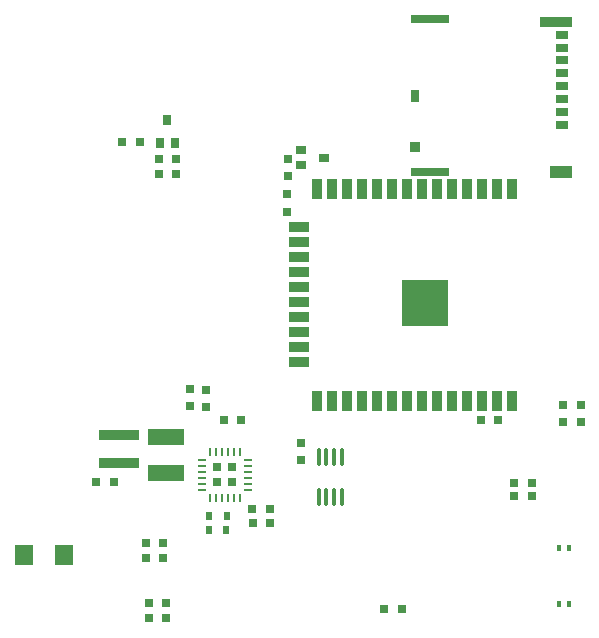
<source format=gbp>
G04*
G04 #@! TF.GenerationSoftware,Altium Limited,Altium Designer,21.0.8 (223)*
G04*
G04 Layer_Color=128*
%FSLAX25Y25*%
%MOIN*%
G70*
G04*
G04 #@! TF.SameCoordinates,C8F2EFAD-F301-47D2-81E3-A82B1A8C5C35*
G04*
G04*
G04 #@! TF.FilePolarity,Positive*
G04*
G01*
G75*
%ADD42R,0.03150X0.02953*%
%ADD43R,0.02953X0.03150*%
%ADD47O,0.01181X0.06299*%
%ADD66R,0.06400X0.07000*%
%ADD72R,0.13400X0.03800*%
%ADD210R,0.02000X0.03150*%
%ADD211R,0.03543X0.06693*%
%ADD212R,0.06693X0.03543*%
%ADD213R,0.15748X0.15748*%
%ADD215R,0.00984X0.03150*%
%ADD216R,0.03150X0.00984*%
%ADD217R,0.01772X0.02165*%
%ADD218R,0.03150X0.03543*%
%ADD219R,0.03543X0.03150*%
%ADD220R,0.07205X0.04488*%
%ADD221R,0.04331X0.02756*%
%ADD222R,0.13110X0.02756*%
%ADD223R,0.11024X0.03386*%
%ADD224R,0.03661X0.03543*%
%ADD225R,0.03071X0.04134*%
%ADD226R,0.12000X0.05400*%
%ADD251R,0.03000X0.03000*%
D42*
X272545Y115417D02*
D03*
Y109709D02*
D03*
X266724Y115423D02*
D03*
Y109714D02*
D03*
X175135Y191795D02*
D03*
Y197504D02*
D03*
X174632Y179854D02*
D03*
Y185563D02*
D03*
X179480Y102828D02*
D03*
Y97119D02*
D03*
X142197Y120854D02*
D03*
Y115146D02*
D03*
X147667Y120447D02*
D03*
Y114738D02*
D03*
D43*
X128595Y44340D02*
D03*
X134303D02*
D03*
Y49374D02*
D03*
X128595D02*
D03*
X212846Y47205D02*
D03*
X207138D02*
D03*
X250451Y89464D02*
D03*
X256160D02*
D03*
X244904Y110400D02*
D03*
X239196D02*
D03*
X137650Y197351D02*
D03*
X131941D02*
D03*
Y192287D02*
D03*
X137650D02*
D03*
X163319Y76146D02*
D03*
X169027D02*
D03*
X153764Y110200D02*
D03*
X159472D02*
D03*
X127646Y69521D02*
D03*
X133354D02*
D03*
X127646Y64519D02*
D03*
X133354D02*
D03*
X168827Y80546D02*
D03*
X163119D02*
D03*
X250451Y85141D02*
D03*
X256160D02*
D03*
X116854Y89594D02*
D03*
X111146D02*
D03*
X119825Y203000D02*
D03*
X125534D02*
D03*
D47*
X185161Y98193D02*
D03*
X187721D02*
D03*
X190279D02*
D03*
X192839D02*
D03*
X185161Y84807D02*
D03*
X187721D02*
D03*
X190279D02*
D03*
X192839D02*
D03*
D66*
X86954Y65481D02*
D03*
X100354D02*
D03*
D72*
X118500Y95905D02*
D03*
Y105205D02*
D03*
D210*
X148746Y73800D02*
D03*
X154454D02*
D03*
X148791Y78300D02*
D03*
X154500D02*
D03*
D211*
X249673Y187489D02*
D03*
X244673D02*
D03*
X239673D02*
D03*
X234673D02*
D03*
X229673D02*
D03*
X224673D02*
D03*
X219673D02*
D03*
X214673D02*
D03*
X209673D02*
D03*
X204673D02*
D03*
X199673D02*
D03*
X194673D02*
D03*
X189673D02*
D03*
X184673D02*
D03*
Y116623D02*
D03*
X189673D02*
D03*
X194673D02*
D03*
X199673D02*
D03*
X204673D02*
D03*
X209673D02*
D03*
X214673D02*
D03*
X219673D02*
D03*
X224673D02*
D03*
X229673D02*
D03*
X234673D02*
D03*
X239673D02*
D03*
X244673D02*
D03*
X249673D02*
D03*
D212*
X178768Y174556D02*
D03*
Y169556D02*
D03*
Y164556D02*
D03*
Y159556D02*
D03*
Y154556D02*
D03*
Y149556D02*
D03*
Y144556D02*
D03*
Y139556D02*
D03*
Y134556D02*
D03*
Y129556D02*
D03*
D213*
X220500Y149300D02*
D03*
D215*
X158909Y99633D02*
D03*
X156941D02*
D03*
X154972D02*
D03*
X153004D02*
D03*
X151035D02*
D03*
X149067D02*
D03*
Y84476D02*
D03*
X151035D02*
D03*
X153004D02*
D03*
X154972D02*
D03*
X156941D02*
D03*
X158909D02*
D03*
D216*
X146409Y96976D02*
D03*
Y95007D02*
D03*
Y93039D02*
D03*
Y91070D02*
D03*
Y89102D02*
D03*
Y87133D02*
D03*
X161567D02*
D03*
Y89102D02*
D03*
Y91070D02*
D03*
Y93039D02*
D03*
Y95007D02*
D03*
Y96976D02*
D03*
D217*
X265236Y67594D02*
D03*
X268780D02*
D03*
X268746Y49000D02*
D03*
X265203D02*
D03*
D218*
X137354Y202563D02*
D03*
X134795Y210437D02*
D03*
X132236Y202563D02*
D03*
D219*
X179232Y195240D02*
D03*
X187106Y197799D02*
D03*
X179232Y200358D02*
D03*
D220*
X266141Y193165D02*
D03*
D221*
X266488Y208542D02*
D03*
Y212873D02*
D03*
Y221535D02*
D03*
Y217204D02*
D03*
Y230196D02*
D03*
Y225865D02*
D03*
Y238857D02*
D03*
Y234527D02*
D03*
D222*
X222197Y192893D02*
D03*
X222197Y244074D02*
D03*
D223*
X264421Y242991D02*
D03*
D224*
X217472Y201357D02*
D03*
D225*
X217177Y218483D02*
D03*
D226*
X134402Y104856D02*
D03*
Y92856D02*
D03*
D251*
X151488Y89554D02*
D03*
Y94554D02*
D03*
X156488D02*
D03*
Y89554D02*
D03*
M02*

</source>
